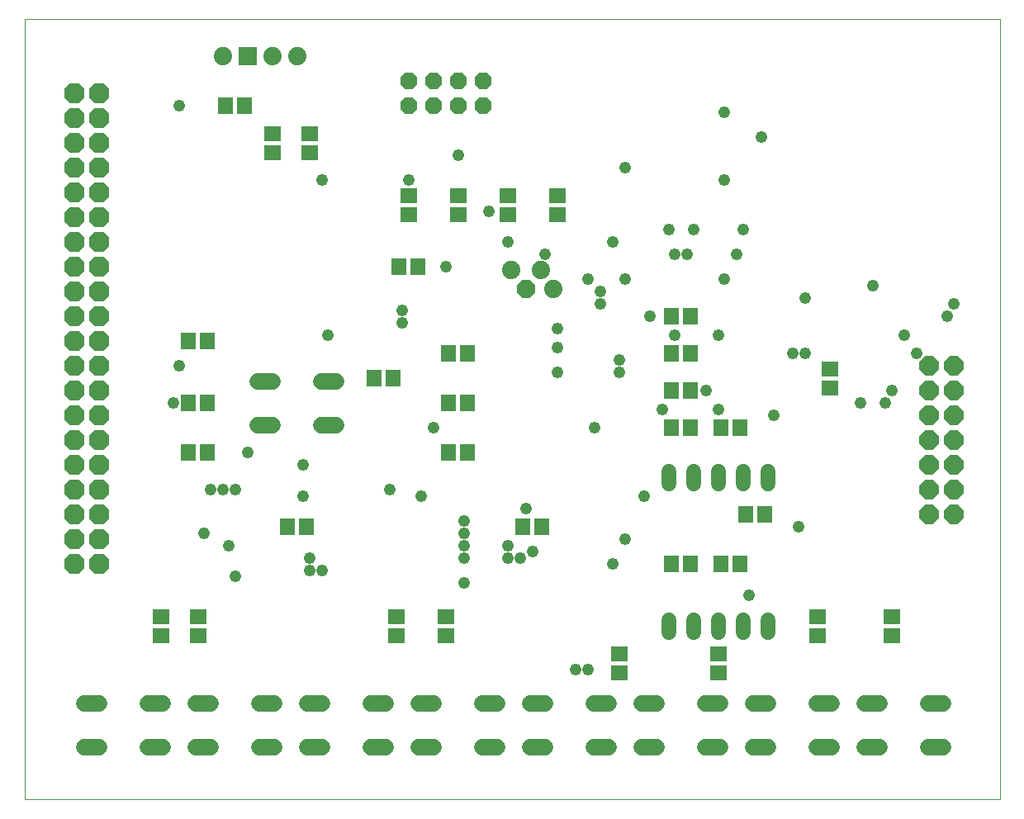
<source format=gbs>
G75*
%MOIN*%
%OFA0B0*%
%FSLAX25Y25*%
%IPPOS*%
%LPD*%
%AMOC8*
5,1,8,0,0,1.08239X$1,22.5*
%
%ADD10C,0.00000*%
%ADD11R,0.05918X0.06706*%
%ADD12R,0.06706X0.05918*%
%ADD13OC8,0.07800*%
%ADD14OC8,0.08200*%
%ADD15C,0.06800*%
%ADD16OC8,0.06800*%
%ADD17C,0.07400*%
%ADD18R,0.07400X0.07400*%
%ADD19OC8,0.07400*%
%ADD20C,0.06000*%
%ADD21C,0.04800*%
D10*
X0001800Y0001800D02*
X0001800Y0316761D01*
X0395501Y0316761D01*
X0395501Y0001800D01*
X0001800Y0001800D01*
D11*
X0108060Y0111800D03*
X0115540Y0111800D03*
X0075540Y0141800D03*
X0068060Y0141800D03*
X0068060Y0161800D03*
X0075540Y0161800D03*
X0075540Y0186800D03*
X0068060Y0186800D03*
X0143060Y0171800D03*
X0150540Y0171800D03*
X0173060Y0161800D03*
X0180540Y0161800D03*
X0180540Y0141800D03*
X0173060Y0141800D03*
X0203060Y0111800D03*
X0210540Y0111800D03*
X0263060Y0096800D03*
X0270540Y0096800D03*
X0283060Y0096800D03*
X0290540Y0096800D03*
X0293060Y0116800D03*
X0300540Y0116800D03*
X0290540Y0151800D03*
X0283060Y0151800D03*
X0270540Y0151800D03*
X0263060Y0151800D03*
X0263060Y0166800D03*
X0270540Y0166800D03*
X0270540Y0181800D03*
X0263060Y0181800D03*
X0263060Y0196800D03*
X0270540Y0196800D03*
X0180540Y0181800D03*
X0173060Y0181800D03*
X0160540Y0216800D03*
X0153060Y0216800D03*
X0090540Y0281800D03*
X0083060Y0281800D03*
D12*
X0101800Y0270540D03*
X0101800Y0263060D03*
X0116800Y0263060D03*
X0116800Y0270540D03*
X0156800Y0245540D03*
X0156800Y0238060D03*
X0176800Y0238060D03*
X0176800Y0245540D03*
X0196800Y0245540D03*
X0196800Y0238060D03*
X0216800Y0238060D03*
X0216800Y0245540D03*
X0326800Y0175540D03*
X0326800Y0168060D03*
X0321800Y0075540D03*
X0321800Y0068060D03*
X0351800Y0068060D03*
X0351800Y0075540D03*
X0281800Y0060540D03*
X0281800Y0053060D03*
X0241800Y0053060D03*
X0241800Y0060540D03*
X0171800Y0068060D03*
X0171800Y0075540D03*
X0151800Y0075540D03*
X0151800Y0068060D03*
X0071800Y0068060D03*
X0071800Y0075540D03*
X0056800Y0075540D03*
X0056800Y0068060D03*
D13*
X0366800Y0116800D03*
X0376800Y0116800D03*
X0376800Y0126800D03*
X0366800Y0126800D03*
X0366800Y0136800D03*
X0376800Y0136800D03*
X0376800Y0146800D03*
X0366800Y0146800D03*
X0366800Y0156800D03*
X0376800Y0156800D03*
X0376800Y0166800D03*
X0366800Y0166800D03*
X0366800Y0176800D03*
X0376800Y0176800D03*
D14*
X0031800Y0176800D03*
X0021800Y0176800D03*
X0021800Y0166800D03*
X0031800Y0166800D03*
X0031800Y0156800D03*
X0021800Y0156800D03*
X0021800Y0146800D03*
X0031800Y0146800D03*
X0031800Y0136800D03*
X0021800Y0136800D03*
X0021800Y0126800D03*
X0031800Y0126800D03*
X0031800Y0116800D03*
X0021800Y0116800D03*
X0021800Y0106800D03*
X0031800Y0106800D03*
X0031800Y0096800D03*
X0021800Y0096800D03*
X0021800Y0186800D03*
X0031800Y0186800D03*
X0031800Y0196800D03*
X0021800Y0196800D03*
X0021800Y0206800D03*
X0031800Y0206800D03*
X0031800Y0216800D03*
X0021800Y0216800D03*
X0021800Y0226800D03*
X0031800Y0226800D03*
X0031800Y0236800D03*
X0021800Y0236800D03*
X0021800Y0246800D03*
X0031800Y0246800D03*
X0031800Y0256800D03*
X0021800Y0256800D03*
X0021800Y0266800D03*
X0031800Y0266800D03*
X0031800Y0276800D03*
X0021800Y0276800D03*
X0021800Y0286800D03*
X0031800Y0286800D03*
D15*
X0096000Y0170700D02*
X0102000Y0170700D01*
X0121600Y0170700D02*
X0127600Y0170700D01*
X0127600Y0152900D02*
X0121600Y0152900D01*
X0102000Y0152900D02*
X0096000Y0152900D01*
X0096600Y0040700D02*
X0102600Y0040700D01*
X0116000Y0040700D02*
X0122000Y0040700D01*
X0122000Y0022900D02*
X0116000Y0022900D01*
X0102600Y0022900D02*
X0096600Y0022900D01*
X0077000Y0022900D02*
X0071000Y0022900D01*
X0057600Y0022900D02*
X0051600Y0022900D01*
X0032000Y0022900D02*
X0026000Y0022900D01*
X0026000Y0040700D02*
X0032000Y0040700D01*
X0051600Y0040700D02*
X0057600Y0040700D01*
X0071000Y0040700D02*
X0077000Y0040700D01*
X0141600Y0040700D02*
X0147600Y0040700D01*
X0161000Y0040700D02*
X0167000Y0040700D01*
X0167000Y0022900D02*
X0161000Y0022900D01*
X0147600Y0022900D02*
X0141600Y0022900D01*
X0186600Y0022900D02*
X0192600Y0022900D01*
X0206000Y0022900D02*
X0212000Y0022900D01*
X0212000Y0040700D02*
X0206000Y0040700D01*
X0192600Y0040700D02*
X0186600Y0040700D01*
X0231600Y0040700D02*
X0237600Y0040700D01*
X0251000Y0040700D02*
X0257000Y0040700D01*
X0257000Y0022900D02*
X0251000Y0022900D01*
X0237600Y0022900D02*
X0231600Y0022900D01*
X0276600Y0022900D02*
X0282600Y0022900D01*
X0296000Y0022900D02*
X0302000Y0022900D01*
X0302000Y0040700D02*
X0296000Y0040700D01*
X0282600Y0040700D02*
X0276600Y0040700D01*
X0321600Y0040700D02*
X0327600Y0040700D01*
X0341000Y0040700D02*
X0347000Y0040700D01*
X0366600Y0040700D02*
X0372600Y0040700D01*
X0372600Y0022900D02*
X0366600Y0022900D01*
X0347000Y0022900D02*
X0341000Y0022900D01*
X0327600Y0022900D02*
X0321600Y0022900D01*
D16*
X0186800Y0281800D03*
X0176800Y0281800D03*
X0176800Y0291800D03*
X0186800Y0291800D03*
X0166800Y0291800D03*
X0156800Y0291800D03*
X0156800Y0281800D03*
X0166800Y0281800D03*
D17*
X0111800Y0301800D03*
X0101800Y0301800D03*
X0081800Y0301800D03*
X0198300Y0215613D03*
X0210300Y0215613D03*
X0215300Y0207987D03*
D18*
X0091800Y0301800D03*
D19*
X0204300Y0207987D03*
D20*
X0261800Y0134400D02*
X0261800Y0129200D01*
X0271800Y0129200D02*
X0271800Y0134400D01*
X0281800Y0134400D02*
X0281800Y0129200D01*
X0291800Y0129200D02*
X0291800Y0134400D01*
X0301800Y0134400D02*
X0301800Y0129200D01*
X0301800Y0074400D02*
X0301800Y0069200D01*
X0291800Y0069200D02*
X0291800Y0074400D01*
X0281800Y0074400D02*
X0281800Y0069200D01*
X0271800Y0069200D02*
X0271800Y0074400D01*
X0261800Y0074400D02*
X0261800Y0069200D01*
D21*
X0229300Y0054300D03*
X0224300Y0054300D03*
X0179300Y0089300D03*
X0179300Y0099300D03*
X0179300Y0104300D03*
X0179300Y0109300D03*
X0179300Y0114300D03*
X0161800Y0124300D03*
X0149300Y0126800D03*
X0166800Y0151800D03*
X0204300Y0119300D03*
X0196800Y0104300D03*
X0196800Y0099300D03*
X0201800Y0099300D03*
X0206800Y0101800D03*
X0239300Y0096800D03*
X0244300Y0106800D03*
X0251800Y0124300D03*
X0231800Y0151800D03*
X0241800Y0174300D03*
X0241800Y0179300D03*
X0254300Y0196800D03*
X0264300Y0189300D03*
X0281800Y0189300D03*
X0284300Y0211800D03*
X0289300Y0221800D03*
X0291800Y0231800D03*
X0271800Y0231800D03*
X0261800Y0231800D03*
X0264300Y0221800D03*
X0269300Y0221800D03*
X0244300Y0211800D03*
X0234300Y0206800D03*
X0234300Y0201800D03*
X0229300Y0211800D03*
X0211800Y0221800D03*
X0196800Y0226800D03*
X0189300Y0239300D03*
X0176800Y0261800D03*
X0156800Y0251800D03*
X0121800Y0251800D03*
X0171800Y0216800D03*
X0154300Y0199300D03*
X0154300Y0194300D03*
X0124300Y0189300D03*
X0091800Y0141800D03*
X0086800Y0126800D03*
X0081800Y0126800D03*
X0076800Y0126800D03*
X0074300Y0109300D03*
X0084300Y0104300D03*
X0086800Y0091800D03*
X0116800Y0094300D03*
X0121800Y0094300D03*
X0116800Y0099300D03*
X0114300Y0124300D03*
X0114300Y0136800D03*
X0061800Y0161800D03*
X0064300Y0176800D03*
X0064300Y0281800D03*
X0216800Y0191800D03*
X0216800Y0184300D03*
X0216800Y0174300D03*
X0259300Y0159300D03*
X0276800Y0166800D03*
X0281800Y0159300D03*
X0304300Y0156800D03*
X0311800Y0181800D03*
X0316800Y0181800D03*
X0316800Y0204300D03*
X0344300Y0209300D03*
X0356800Y0189300D03*
X0361800Y0181800D03*
X0374300Y0196800D03*
X0376800Y0201800D03*
X0351800Y0166800D03*
X0349300Y0161800D03*
X0339300Y0161800D03*
X0314300Y0111800D03*
X0294300Y0084300D03*
X0239300Y0226800D03*
X0244300Y0256800D03*
X0284300Y0251800D03*
X0299300Y0269300D03*
X0284300Y0279300D03*
M02*

</source>
